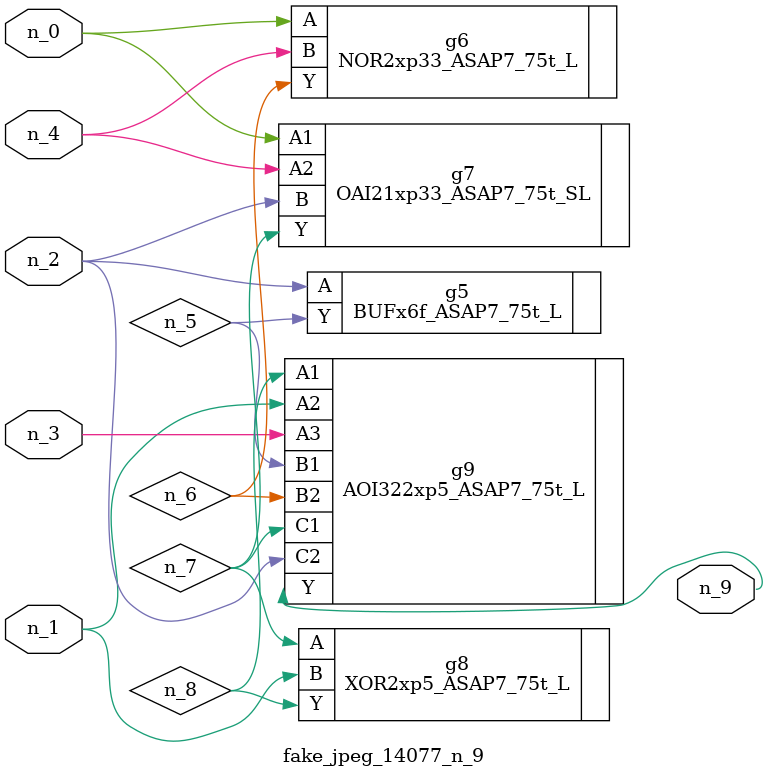
<source format=v>
module fake_jpeg_14077_n_9 (n_3, n_2, n_1, n_0, n_4, n_9);

input n_3;
input n_2;
input n_1;
input n_0;
input n_4;

output n_9;

wire n_8;
wire n_6;
wire n_5;
wire n_7;

BUFx6f_ASAP7_75t_L g5 ( 
.A(n_2),
.Y(n_5)
);

NOR2xp33_ASAP7_75t_L g6 ( 
.A(n_0),
.B(n_4),
.Y(n_6)
);

OAI21xp33_ASAP7_75t_SL g7 ( 
.A1(n_0),
.A2(n_4),
.B(n_2),
.Y(n_7)
);

XOR2xp5_ASAP7_75t_L g8 ( 
.A(n_7),
.B(n_1),
.Y(n_8)
);

AOI322xp5_ASAP7_75t_L g9 ( 
.A1(n_8),
.A2(n_1),
.A3(n_3),
.B1(n_5),
.B2(n_6),
.C1(n_7),
.C2(n_2),
.Y(n_9)
);


endmodule
</source>
